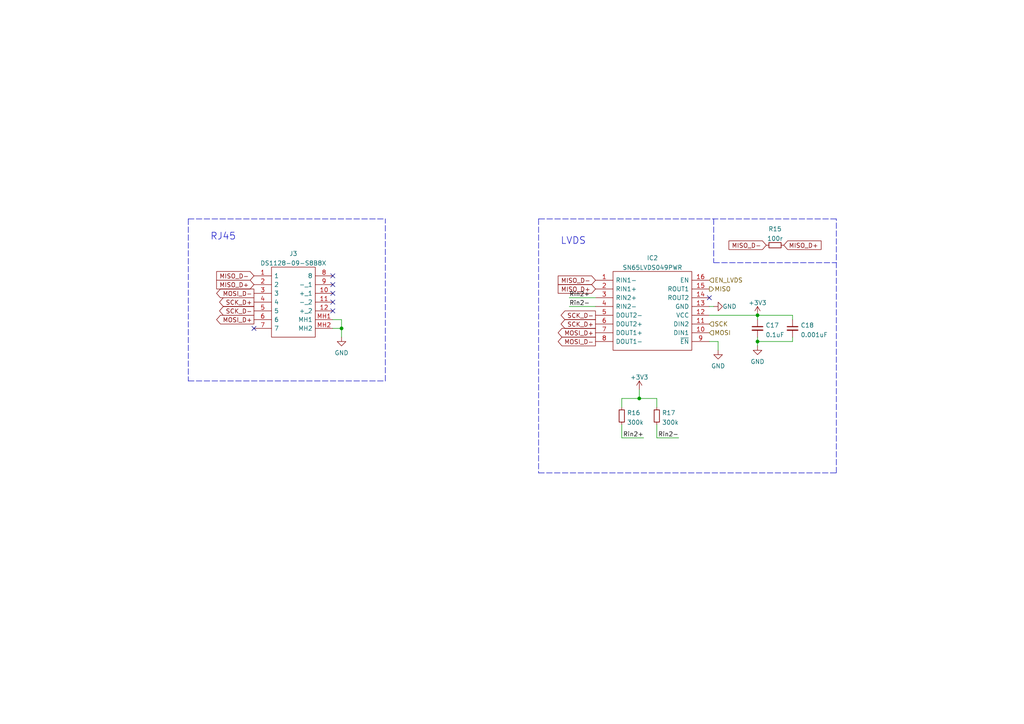
<source format=kicad_sch>
(kicad_sch (version 20211123) (generator eeschema)
  (paper "A4")
  (lib_symbols
    (symbol "DS1128-09-S8B8X:DS1128-09-S8B8X" (pin_names (offset 0.762))
      (property "Reference" "J" (at 19.05 7.62 0))
      (property "Value" "DS1128-09-S8B8X" (at 19.05 5.08 0))
      (symbol "DS1128-09-S8B8X_0_0"
        (pin passive line (at 0 0 0) (length 5.08) (name "1") (number "1"))
        (pin passive line (at 22.86 -5.08 180) (length 5.08) (name "+_1") (number "10"))
        (pin passive line (at 22.86 -7.62 180) (length 5.08) (name "-_2") (number "11"))
        (pin passive line (at 22.86 -10.16 180) (length 5.08) (name "+_2") (number "12"))
        (pin passive line (at 0 -2.54 0) (length 5.08) (name "2") (number "2"))
        (pin passive line (at 0 -5.08 0) (length 5.08) (name "3") (number "3"))
        (pin passive line (at 0 -7.62 0) (length 5.08) (name "4") (number "4"))
        (pin passive line (at 0 -10.16 0) (length 5.08) (name "5") (number "5"))
        (pin passive line (at 0 -12.7 0) (length 5.08) (name "6") (number "6"))
        (pin passive line (at 0 -15.24 0) (length 5.08) (name "7") (number "7"))
        (pin passive line (at 22.86 0 180) (length 5.08) (name "8") (number "8"))
        (pin passive line (at 22.86 -2.54 180) (length 5.08) (name "-_1") (number "9"))
        (pin passive line (at 22.86 -12.7 180) (length 5.08) (name "MH1") (number "MH1"))
        (pin passive line (at 22.86 -15.24 180) (length 5.08) (name "MH2") (number "MH2"))
      )
      (symbol "DS1128-09-S8B8X_0_1"
        (polyline (pts (xy 5.08 2.54) (xy 17.78 2.54) (xy 17.78 -17.78) (xy 5.08 -17.78) (xy 5.08 2.54)) (stroke (width 0.1524)))
      )
    )
    (symbol "Device:C_Small" (pin_numbers hide) (pin_names (offset 0.254) hide)
      (property "Reference" "C" (at 0.254 1.778 0))
      (property "Value" "C_Small" (at 0.254 -2.032 0))
      (symbol "C_Small_0_1"
        (polyline (pts (xy -1.524 -0.508) (xy 1.524 -0.508)) (stroke (width 0.3302)))
        (polyline (pts (xy -1.524 0.508) (xy 1.524 0.508)) (stroke (width 0.3048)))
      )
      (symbol "C_Small_1_1"
        (pin passive line (at 0 2.54 270) (length 2.032) (name "~") (number "1"))
        (pin passive line (at 0 -2.54 90) (length 2.032) (name "~") (number "2"))
      )
    )
    (symbol "Device:R_Small" (pin_numbers hide) (pin_names (offset 0.254) hide)
      (property "Reference" "R" (at 0.762 0.508 0))
      (property "Value" "R_Small" (at 0.762 -1.016 0))
      (symbol "R_Small_0_1"
        (rectangle (start -0.762 1.778) (end 0.762 -1.778) (stroke (width 0.2032)))
      )
      (symbol "R_Small_1_1"
        (pin passive line (at 0 2.54 270) (length 0.762) (name "~") (number "1"))
        (pin passive line (at 0 -2.54 90) (length 0.762) (name "~") (number "2"))
      )
    )
    (symbol "SN65LVDS049PWR:SN65LVDS049PWR" (pin_names (offset 0.762))
      (property "Reference" "IC" (at 29.21 7.62 0))
      (property "Value" "SN65LVDS049PWR" (at 29.21 5.08 0))
      (symbol "SN65LVDS049PWR_0_0"
        (pin input line (at 0 0 0) (length 5.08) (name "RIN1-") (number "1"))
        (pin input line (at 33.02 -15.24 180) (length 5.08) (name "DIN1") (number "10"))
        (pin input line (at 33.02 -12.7 180) (length 5.08) (name "DIN2") (number "11"))
        (pin power_in line (at 33.02 -10.16 180) (length 5.08) (name "VCC") (number "12"))
        (pin power_in line (at 33.02 -7.62 180) (length 5.08) (name "GND") (number "13"))
        (pin output line (at 33.02 -5.08 180) (length 5.08) (name "ROUT2") (number "14"))
        (pin output line (at 33.02 -2.54 180) (length 5.08) (name "ROUT1") (number "15"))
        (pin input line (at 33.02 0 180) (length 5.08) (name "EN") (number "16"))
        (pin input line (at 0 -2.54 0) (length 5.08) (name "RIN1+") (number "2"))
        (pin input line (at 0 -5.08 0) (length 5.08) (name "RIN2+") (number "3"))
        (pin input line (at 0 -7.62 0) (length 5.08) (name "RIN2-") (number "4"))
        (pin output line (at 0 -10.16 0) (length 5.08) (name "DOUT2-") (number "5"))
        (pin output line (at 0 -12.7 0) (length 5.08) (name "DOUT2+") (number "6"))
        (pin output line (at 0 -15.24 0) (length 5.08) (name "DOUT1+") (number "7"))
        (pin output line (at 0 -17.78 0) (length 5.08) (name "DOUT1-") (number "8"))
        (pin input line (at 33.02 -17.78 180) (length 5.08) (name "~{EN}") (number "9"))
      )
      (symbol "SN65LVDS049PWR_0_1"
        (polyline (pts (xy 5.08 2.54) (xy 27.94 2.54) (xy 27.94 -20.32) (xy 5.08 -20.32) (xy 5.08 2.54)) (stroke (width 0.1524)))
      )
    )
    (symbol "power:+3.3V" (power) (pin_names (offset 0))
      (property "Value" "+3.3V" (at 0 3.556 0))
      (symbol "+3.3V_0_1"
        (polyline (pts (xy -0.762 1.27) (xy 0 2.54)))
        (polyline (pts (xy 0 0) (xy 0 2.54)))
        (polyline (pts (xy 0 2.54) (xy 0.762 1.27)))
      )
      (symbol "+3.3V_1_1"
        (pin power_in line (at 0 0 90) (length 0) hide (name "+3V3") (number "1"))
      )
    )
    (symbol "power:GND" (power) (pin_names (offset 0))
      (property "Value" "GND" (at 0 -3.81 0))
      (symbol "GND_0_1"
        (polyline (pts (xy 0 0) (xy 0 -1.27) (xy 1.27 -1.27) (xy 0 -2.54) (xy -1.27 -1.27) (xy 0 -1.27)))
      )
      (symbol "GND_1_1"
        (pin power_in line (at 0 0 270) (length 0) hide (name "GND") (number "1"))
      )
    )
  )
  (junction (at 219.71 91.44))
  (junction (at 185.42 115.57))
  (junction (at 99.06 95.25))
  (junction (at 219.71 99.06))
  (no_connect (at 96.52 90.17))
  (no_connect (at 96.52 85.09))
  (no_connect (at 96.52 82.55))
  (no_connect (at 96.52 87.63))
  (no_connect (at 205.74 86.36))
  (no_connect (at 73.66 95.25))
  (no_connect (at 96.52 80.01))
  (wire (pts (xy 185.42 113.03) (xy 185.42 115.57)))
  (wire (pts (xy 190.5 127) (xy 196.85 127)))
  (wire (pts (xy 185.42 115.57) (xy 190.5 115.57)))
  (polyline (pts (xy 207.01 76.2) (xy 242.57 76.2)))
  (wire (pts (xy 190.5 115.57) (xy 190.5 118.11)))
  (wire (pts (xy 219.71 91.44) (xy 229.87 91.44)))
  (wire (pts (xy 180.34 115.57) (xy 185.42 115.57)))
  (wire (pts (xy 207.01 88.9) (xy 205.74 88.9)))
  (wire (pts (xy 99.06 92.71) (xy 99.06 95.25)))
  (wire (pts (xy 180.34 118.11) (xy 180.34 115.57)))
  (wire (pts (xy 180.34 127) (xy 186.69 127)))
  (wire (pts (xy 180.34 123.19) (xy 180.34 127)))
  (wire (pts (xy 99.06 95.25) (xy 99.06 97.79)))
  (wire (pts (xy 219.71 99.06) (xy 219.71 97.79)))
  (wire (pts (xy 96.52 92.71) (xy 99.06 92.71)))
  (polyline (pts (xy 156.21 63.5) (xy 156.21 63.5)))
  (wire (pts (xy 190.5 123.19) (xy 190.5 127)))
  (wire (pts (xy 229.87 99.06) (xy 229.87 97.79)))
  (polyline (pts (xy 156.21 63.5) (xy 156.21 137.16)))
  (polyline (pts (xy 111.76 110.49) (xy 111.76 63.5)))
  (wire (pts (xy 219.71 92.71) (xy 219.71 91.44)))
  (wire (pts (xy 219.71 100.33) (xy 219.71 99.06)))
  (polyline (pts (xy 156.21 137.16) (xy 242.57 137.16)))
  (wire (pts (xy 229.87 92.71) (xy 229.87 91.44)))
  (polyline (pts (xy 54.61 110.49) (xy 111.76 110.49)))
  (wire (pts (xy 208.28 99.06) (xy 208.28 101.6)))
  (polyline (pts (xy 207.01 63.5) (xy 207.01 76.2)))
  (polyline (pts (xy 242.57 137.16) (xy 242.57 63.5)))
  (wire (pts (xy 219.71 99.06) (xy 229.87 99.06)))
  (wire (pts (xy 205.74 91.44) (xy 219.71 91.44)))
  (wire (pts (xy 165.1 86.36) (xy 172.72 86.36)))
  (wire (pts (xy 165.1 88.9) (xy 172.72 88.9)))
  (polyline (pts (xy 54.61 63.5) (xy 111.76 63.5)))
  (wire (pts (xy 205.74 99.06) (xy 208.28 99.06)))
  (wire (pts (xy 96.52 95.25) (xy 99.06 95.25)))
  (polyline (pts (xy 242.57 63.5) (xy 156.21 63.5)))
  (polyline (pts (xy 54.61 63.5) (xy 54.61 110.49)))
  (text "RJ45" (at 60.96 69.85 0) (effects (font (size 2 2)) (justify left bottom)))
  (text "LVDS" (at 162.56 71.12 0) (effects (font (size 2 2)) (justify left bottom)))
  (label "Rin2-" (at 165.1 88.9 0))
  (label "Rin2+" (at 186.69 127 180))
  (label "Rin2-" (at 196.85 127 180))
  (label "Rin2+" (at 165.1 86.36 0))
  (global_label "SCK_D-" (shape output) (at 172.72 91.44 180) (property "Intersheet References" "${INTERSHEET_REFS}" (effects hide)))
  (global_label "MOSI_D+" (shape output) (at 73.66 92.71 180) (property "Intersheet References" "${INTERSHEET_REFS}" (effects hide)))
  (global_label "MOSI_D+" (shape output) (at 172.72 96.52 180) (property "Intersheet References" "${INTERSHEET_REFS}" (effects hide)))
  (global_label "MOSI_D-" (shape output) (at 73.66 85.09 180) (property "Intersheet References" "${INTERSHEET_REFS}" (effects hide)))
  (global_label "MISO_D-" (shape input) (at 222.25 71.12 180) (property "Intersheet References" "${INTERSHEET_REFS}" (effects hide)))
  (global_label "MISO_D+" (shape input) (at 73.66 82.55 180) (property "Intersheet References" "${INTERSHEET_REFS}" (effects hide)))
  (global_label "MISO_D+" (shape input) (at 227.33 71.12 0) (property "Intersheet References" "${INTERSHEET_REFS}" (effects hide)))
  (global_label "MOSI_D-" (shape output) (at 172.72 99.06 180) (property "Intersheet References" "${INTERSHEET_REFS}" (effects hide)))
  (global_label "SCK_D+" (shape output) (at 73.66 87.63 180) (property "Intersheet References" "${INTERSHEET_REFS}" (effects hide)))
  (global_label "MISO_D-" (shape input) (at 73.66 80.01 180) (property "Intersheet References" "${INTERSHEET_REFS}" (effects hide)))
  (global_label "MISO_D+" (shape input) (at 172.72 83.82 180) (property "Intersheet References" "${INTERSHEET_REFS}" (effects hide)))
  (global_label "SCK_D-" (shape output) (at 73.66 90.17 180) (property "Intersheet References" "${INTERSHEET_REFS}" (effects hide)))
  (global_label "SCK_D+" (shape output) (at 172.72 93.98 180) (property "Intersheet References" "${INTERSHEET_REFS}" (effects hide)))
  (global_label "MISO_D-" (shape input) (at 172.72 81.28 180) (property "Intersheet References" "${INTERSHEET_REFS}" (effects hide)))
  (hierarchical_label "EN_LVDS" (shape input) (at 205.74 81.28 0))
  (hierarchical_label "MOSI" (shape input) (at 205.74 96.52 0))
  (hierarchical_label "MISO" (shape output) (at 205.74 83.82 0))
  (hierarchical_label "SCK" (shape input) (at 205.74 93.98 0))
  (symbol (lib_id "power:GND") (at 207.01 88.9 90) (unit 1)
    (property "Reference" "#PWR036" (effects hide))
    (property "Value" "GND" (at 209.55 88.9 90) (effects (justify right)))
  )
  (symbol (lib_id "Device:C_Small") (at 219.71 95.25 0) (unit 1)
    (property "Reference" "C17" (at 222.0341 94.3478 0) (effects (justify left)))
    (property "Value" "0.1uF" (at 222.0341 97.1229 0) (effects (justify left)))
    (property "Footprint" "Capacitor_SMD:C_0603_1608Metric_Pad1.08x0.95mm_HandSolder" (effects hide))
  )
  (symbol (lib_id "DS1128-09-S8B8X:DS1128-09-S8B8X") (at 73.66 80.01 0) (unit 1)
    (property "Reference" "J3" (at 85.09 73.5543 0))
    (property "Value" "DS1128-09-S8B8X" (at 85.09 76.3294 0))
    (property "Footprint" "library:DS112809S8B8X" (effects hide))
    (property "Description" "Ethernet Connectors/Modular Connectors (RJ45 RJ11) Plugin RoHS" (effects hide))
    (property "Height" "13.25" (effects hide))
    (property "Manufacturer_Name" "CONNFLY Elec" (effects hide))
    (property "Manufacturer_Part_Number" "DS1128-09-S8B8X" (effects hide))
  )
  (symbol (lib_id "Device:R_Small") (at 190.5 120.65 180) (unit 1)
    (property "Reference" "R17" (at 191.9986 119.7415 0) (effects (justify right)))
    (property "Value" "300k" (at 191.9986 122.5166 0) (effects (justify right)))
    (property "Footprint" "Resistor_SMD:R_0402_1005Metric_Pad0.72x0.64mm_HandSolder" (effects hide))
  )
  (symbol (lib_id "power:GND") (at 219.71 100.33 0) (unit 1)
    (property "Reference" "#PWR039" (effects hide))
    (property "Value" "GND" (at 219.71 104.8925 0))
  )
  (symbol (lib_id "power:GND") (at 99.06 97.79 0) (unit 1)
    (property "Reference" "#PWR035" (effects hide))
    (property "Value" "GND" (at 99.06 102.3525 0))
  )
  (symbol (lib_id "Device:R_Small") (at 224.79 71.12 90) (unit 1)
    (property "Reference" "R15" (at 224.79 66.4169 90))
    (property "Value" "100r" (at 224.79 69.192 90))
    (property "Footprint" "Resistor_SMD:R_0603_1608Metric_Pad0.98x0.95mm_HandSolder" (effects hide))
  )
  (symbol (lib_id "SN65LVDS049PWR:SN65LVDS049PWR") (at 172.72 81.28 0) (unit 1)
    (property "Reference" "IC2" (at 189.23 74.8243 0))
    (property "Value" "SN65LVDS049PWR" (at 189.23 77.5994 0))
    (property "Footprint" "library:SOP65P640X120-16N" (effects hide))
    (property "Datasheet" "http://www.ti.com/lit/gpn/sn65lvds049" (effects hide))
    (property "Description" "400 Mbps LVDS Dual High-Speed Differential Transceiver" (effects hide))
    (property "Height" "1.2" (effects hide))
    (property "Manufacturer_Name" "Texas Instruments" (effects hide))
    (property "Manufacturer_Part_Number" "SN65LVDS049PWR" (effects hide))
    (property "Mouser Part Number" "595-SN65LVDS049PWR" (effects hide))
    (property "Mouser Price/Stock" "https://www.mouser.co.uk/ProductDetail/Texas-Instruments/SN65LVDS049PWR?qs=QViXGNcIEAuARSrNXslcAw%3D%3D" (effects hide))
    (property "Arrow Part Number" "SN65LVDS049PWR" (effects hide))
    (property "Arrow Price/Stock" "https://www.arrow.com/en/products/sn65lvds049pwr/texas-instruments" (effects hide))
  )
  (symbol (lib_id "Device:R_Small") (at 180.34 120.65 180) (unit 1)
    (property "Reference" "R16" (at 181.8386 119.7415 0) (effects (justify right)))
    (property "Value" "300k" (at 181.8386 122.5166 0) (effects (justify right)))
    (property "Footprint" "Resistor_SMD:R_0402_1005Metric_Pad0.72x0.64mm_HandSolder" (effects hide))
  )
  (symbol (lib_id "power:+3.3V") (at 219.71 91.44 0) (unit 1)
    (property "Reference" "#PWR038" (effects hide))
    (property "Value" "+3.3V" (at 219.71 87.8355 0))
  )
  (symbol (lib_id "Device:C_Small") (at 229.87 95.25 0) (unit 1)
    (property "Reference" "C18" (at 232.1941 94.3478 0) (effects (justify left)))
    (property "Value" "0.001uF" (at 232.1941 97.1229 0) (effects (justify left)))
    (property "Footprint" "Capacitor_SMD:C_0603_1608Metric_Pad1.08x0.95mm_HandSolder" (effects hide))
  )
  (symbol (lib_id "power:GND") (at 208.28 101.6 0) (unit 1)
    (property "Reference" "#PWR037" (effects hide))
    (property "Value" "GND" (at 208.28 106.1625 0))
  )
  (symbol (lib_id "power:+3.3V") (at 185.42 113.03 0) (unit 1)
    (property "Reference" "#PWR075" (effects hide))
    (property "Value" "+3.3V" (at 185.42 109.4255 0))
  )
)
</source>
